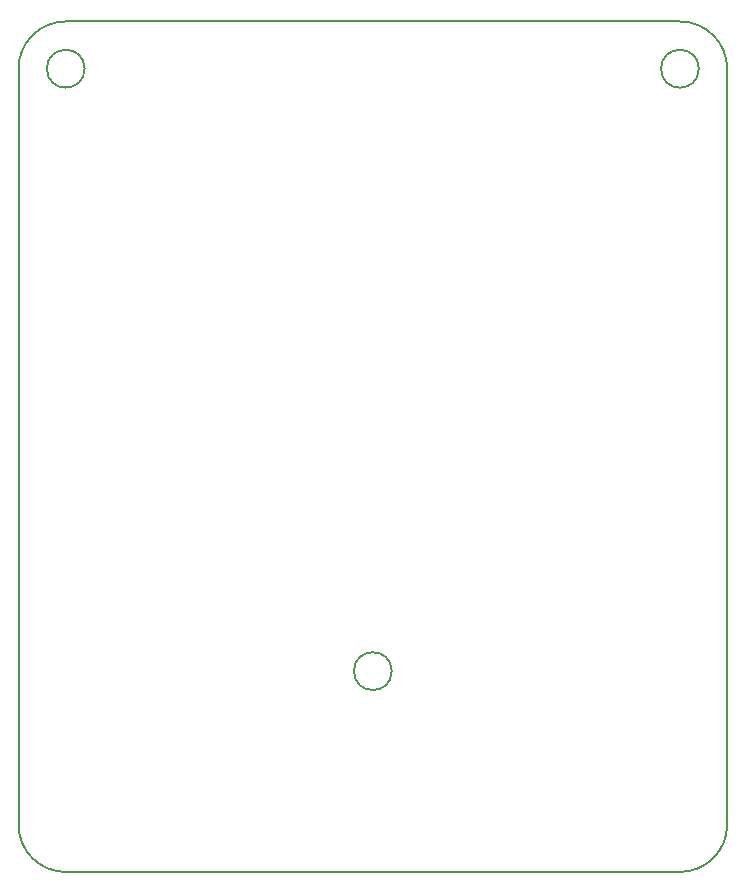
<source format=gko>
G04*
G04 #@! TF.GenerationSoftware,Altium Limited,Altium Designer,22.2.1 (43)*
G04*
G04 Layer_Color=16711935*
%FSLAX25Y25*%
%MOIN*%
G70*
G04*
G04 #@! TF.SameCoordinates,9C75C661-4079-485B-A4B9-5B77D2324FE1*
G04*
G04*
G04 #@! TF.FilePolarity,Positive*
G04*
G01*
G75*
%ADD100C,0.00500*%
D100*
X15748Y283494D02*
G03*
X0Y267746I0J-15748D01*
G01*
X236220D02*
G03*
X220472Y283494I-15748J0D01*
G01*
Y0D02*
G03*
X236220Y15748I0J15748D01*
G01*
X0D02*
G03*
X15748Y0I15748J0D01*
G01*
X124409Y66929D02*
G03*
X124409Y66929I-6299J0D01*
G01*
X22047Y267746D02*
G03*
X22047Y267746I-6299J0D01*
G01*
X226772D02*
G03*
X226772Y267746I-6299J0D01*
G01*
X15748Y283494D02*
X220472D01*
X236220Y62992D02*
Y267746D01*
X-0Y62992D02*
Y267746D01*
X236220Y15748D02*
Y62992D01*
X0Y15748D02*
Y62992D01*
X15748Y0D02*
X220472D01*
M02*

</source>
